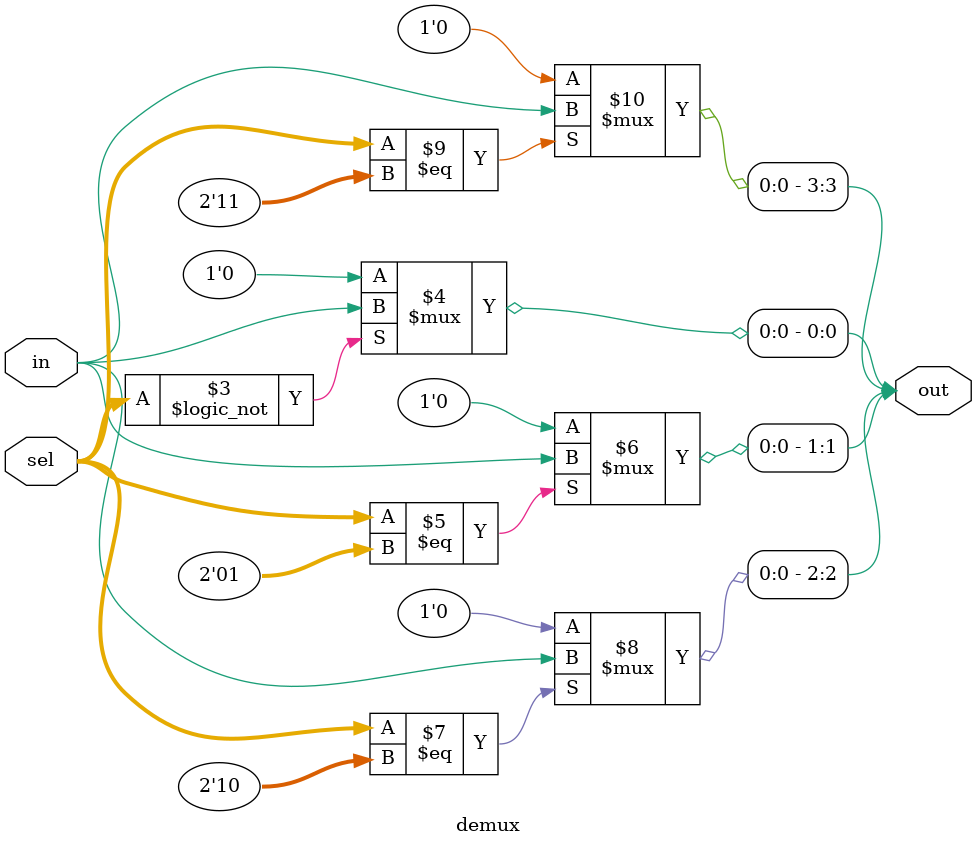
<source format=v>
`timescale 1ns / 1ps
`default_nettype none

  module demux #(parameter N=4) ( input wire in,
				  input wire [clog2(N)-1:0] sel, 
				  output wire [N-1:0] out );

   genvar 					      i;
   generate 
      for (i = 0; i < N; i = i + 1)  begin : dm_out 
	 assign out[i] = sel==i ? in : 1'b0;
      end
   endgenerate

   function integer clog2 (input integer n); 
      integer j; 
      begin 
	 n = n - 1;
	 for (j = 0; n > 0; j = j + 1)        
           n = n >> 1;
	 clog2 = j;
      end
   endfunction

endmodule

</source>
